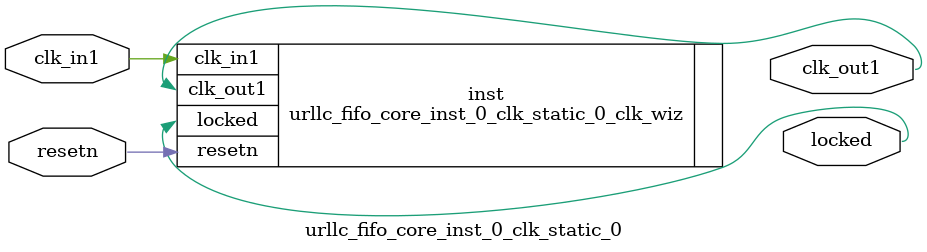
<source format=v>


`timescale 1ps/1ps

(* CORE_GENERATION_INFO = "urllc_fifo_core_inst_0_clk_static_0,clk_wiz_v6_0_8_0_0,{component_name=urllc_fifo_core_inst_0_clk_static_0,use_phase_alignment=true,use_min_o_jitter=false,use_max_i_jitter=false,use_dyn_phase_shift=false,use_inclk_switchover=false,use_dyn_reconfig=false,enable_axi=0,feedback_source=FDBK_AUTO,PRIMITIVE=MMCM,num_out_clk=1,clkin1_period=20.000,clkin2_period=10.0,use_power_down=false,use_reset=true,use_locked=true,use_inclk_stopped=false,feedback_type=SINGLE,CLOCK_MGR_TYPE=NA,manual_override=false}" *)

module urllc_fifo_core_inst_0_clk_static_0 
 (
  // Clock out ports
  output        clk_out1,
  // Status and control signals
  input         resetn,
  output        locked,
 // Clock in ports
  input         clk_in1
 );

  urllc_fifo_core_inst_0_clk_static_0_clk_wiz inst
  (
  // Clock out ports  
  .clk_out1(clk_out1),
  // Status and control signals               
  .resetn(resetn), 
  .locked(locked),
 // Clock in ports
  .clk_in1(clk_in1)
  );

endmodule

</source>
